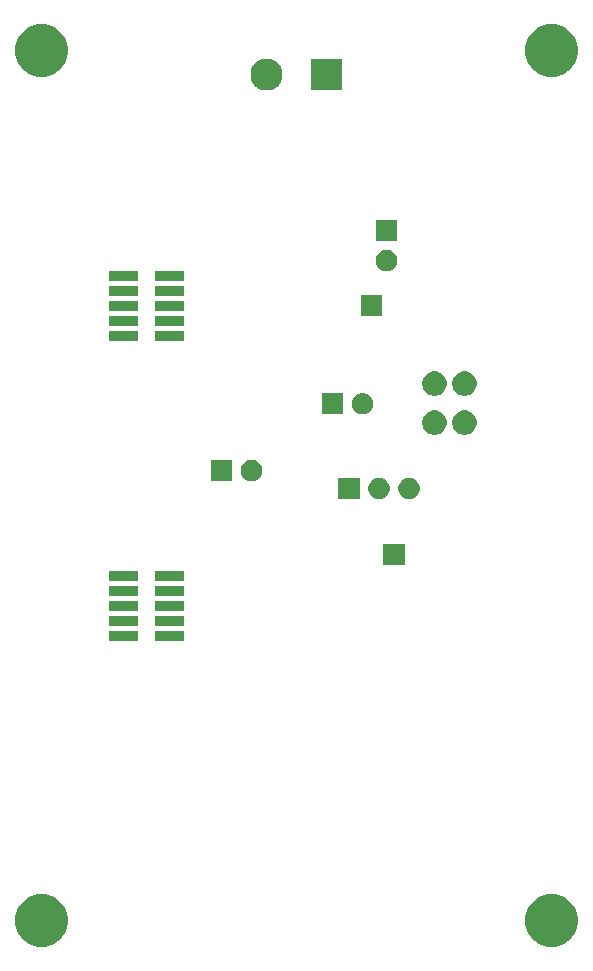
<source format=gts>
G04 #@! TF.GenerationSoftware,KiCad,Pcbnew,(5.1.5)-3*
G04 #@! TF.CreationDate,2021-06-29T21:35:50-07:00*
G04 #@! TF.ProjectId,piggy,70696767-792e-46b6-9963-61645f706362,rev?*
G04 #@! TF.SameCoordinates,Original*
G04 #@! TF.FileFunction,Soldermask,Top*
G04 #@! TF.FilePolarity,Negative*
%FSLAX46Y46*%
G04 Gerber Fmt 4.6, Leading zero omitted, Abs format (unit mm)*
G04 Created by KiCad (PCBNEW (5.1.5)-3) date 2021-06-29 21:35:50*
%MOMM*%
%LPD*%
G04 APERTURE LIST*
%ADD10C,0.127000*%
G04 APERTURE END LIST*
D10*
G36*
X113305880Y-138729776D02*
G01*
X113686593Y-138805504D01*
X114096249Y-138975189D01*
X114464929Y-139221534D01*
X114778466Y-139535071D01*
X115024811Y-139903751D01*
X115194496Y-140313407D01*
X115281000Y-140748296D01*
X115281000Y-141191704D01*
X115194496Y-141626593D01*
X115024811Y-142036249D01*
X114778466Y-142404929D01*
X114464929Y-142718466D01*
X114096249Y-142964811D01*
X113686593Y-143134496D01*
X113305880Y-143210224D01*
X113251705Y-143221000D01*
X112808295Y-143221000D01*
X112754120Y-143210224D01*
X112373407Y-143134496D01*
X111963751Y-142964811D01*
X111595071Y-142718466D01*
X111281534Y-142404929D01*
X111035189Y-142036249D01*
X110865504Y-141626593D01*
X110779000Y-141191704D01*
X110779000Y-140748296D01*
X110865504Y-140313407D01*
X111035189Y-139903751D01*
X111281534Y-139535071D01*
X111595071Y-139221534D01*
X111963751Y-138975189D01*
X112373407Y-138805504D01*
X112754120Y-138729776D01*
X112808295Y-138719000D01*
X113251705Y-138719000D01*
X113305880Y-138729776D01*
G37*
G36*
X70125880Y-138729776D02*
G01*
X70506593Y-138805504D01*
X70916249Y-138975189D01*
X71284929Y-139221534D01*
X71598466Y-139535071D01*
X71844811Y-139903751D01*
X72014496Y-140313407D01*
X72101000Y-140748296D01*
X72101000Y-141191704D01*
X72014496Y-141626593D01*
X71844811Y-142036249D01*
X71598466Y-142404929D01*
X71284929Y-142718466D01*
X70916249Y-142964811D01*
X70506593Y-143134496D01*
X70125880Y-143210224D01*
X70071705Y-143221000D01*
X69628295Y-143221000D01*
X69574120Y-143210224D01*
X69193407Y-143134496D01*
X68783751Y-142964811D01*
X68415071Y-142718466D01*
X68101534Y-142404929D01*
X67855189Y-142036249D01*
X67685504Y-141626593D01*
X67599000Y-141191704D01*
X67599000Y-140748296D01*
X67685504Y-140313407D01*
X67855189Y-139903751D01*
X68101534Y-139535071D01*
X68415071Y-139221534D01*
X68783751Y-138975189D01*
X69193407Y-138805504D01*
X69574120Y-138729776D01*
X69628295Y-138719000D01*
X70071705Y-138719000D01*
X70125880Y-138729776D01*
G37*
G36*
X81941000Y-117261000D02*
G01*
X79439000Y-117261000D01*
X79439000Y-116419000D01*
X81941000Y-116419000D01*
X81941000Y-117261000D01*
G37*
G36*
X78041000Y-117261000D02*
G01*
X75539000Y-117261000D01*
X75539000Y-116419000D01*
X78041000Y-116419000D01*
X78041000Y-117261000D01*
G37*
G36*
X81941000Y-115991000D02*
G01*
X79439000Y-115991000D01*
X79439000Y-115149000D01*
X81941000Y-115149000D01*
X81941000Y-115991000D01*
G37*
G36*
X78041000Y-115991000D02*
G01*
X75539000Y-115991000D01*
X75539000Y-115149000D01*
X78041000Y-115149000D01*
X78041000Y-115991000D01*
G37*
G36*
X78041000Y-114721000D02*
G01*
X75539000Y-114721000D01*
X75539000Y-113879000D01*
X78041000Y-113879000D01*
X78041000Y-114721000D01*
G37*
G36*
X81941000Y-114721000D02*
G01*
X79439000Y-114721000D01*
X79439000Y-113879000D01*
X81941000Y-113879000D01*
X81941000Y-114721000D01*
G37*
G36*
X78041000Y-113451000D02*
G01*
X75539000Y-113451000D01*
X75539000Y-112609000D01*
X78041000Y-112609000D01*
X78041000Y-113451000D01*
G37*
G36*
X81941000Y-113451000D02*
G01*
X79439000Y-113451000D01*
X79439000Y-112609000D01*
X81941000Y-112609000D01*
X81941000Y-113451000D01*
G37*
G36*
X81941000Y-112181000D02*
G01*
X79439000Y-112181000D01*
X79439000Y-111339000D01*
X81941000Y-111339000D01*
X81941000Y-112181000D01*
G37*
G36*
X78041000Y-112181000D02*
G01*
X75539000Y-112181000D01*
X75539000Y-111339000D01*
X78041000Y-111339000D01*
X78041000Y-112181000D01*
G37*
G36*
X100596000Y-110883000D02*
G01*
X98794000Y-110883000D01*
X98794000Y-109081000D01*
X100596000Y-109081000D01*
X100596000Y-110883000D01*
G37*
G36*
X101078512Y-103497927D02*
G01*
X101227812Y-103527624D01*
X101391784Y-103595544D01*
X101539354Y-103694147D01*
X101664853Y-103819646D01*
X101763456Y-103967216D01*
X101831376Y-104131188D01*
X101866000Y-104305259D01*
X101866000Y-104482741D01*
X101831376Y-104656812D01*
X101763456Y-104820784D01*
X101664853Y-104968354D01*
X101539354Y-105093853D01*
X101391784Y-105192456D01*
X101227812Y-105260376D01*
X101078512Y-105290073D01*
X101053742Y-105295000D01*
X100876258Y-105295000D01*
X100851488Y-105290073D01*
X100702188Y-105260376D01*
X100538216Y-105192456D01*
X100390646Y-105093853D01*
X100265147Y-104968354D01*
X100166544Y-104820784D01*
X100098624Y-104656812D01*
X100064000Y-104482741D01*
X100064000Y-104305259D01*
X100098624Y-104131188D01*
X100166544Y-103967216D01*
X100265147Y-103819646D01*
X100390646Y-103694147D01*
X100538216Y-103595544D01*
X100702188Y-103527624D01*
X100851488Y-103497927D01*
X100876258Y-103493000D01*
X101053742Y-103493000D01*
X101078512Y-103497927D01*
G37*
G36*
X98538512Y-103497927D02*
G01*
X98687812Y-103527624D01*
X98851784Y-103595544D01*
X98999354Y-103694147D01*
X99124853Y-103819646D01*
X99223456Y-103967216D01*
X99291376Y-104131188D01*
X99326000Y-104305259D01*
X99326000Y-104482741D01*
X99291376Y-104656812D01*
X99223456Y-104820784D01*
X99124853Y-104968354D01*
X98999354Y-105093853D01*
X98851784Y-105192456D01*
X98687812Y-105260376D01*
X98538512Y-105290073D01*
X98513742Y-105295000D01*
X98336258Y-105295000D01*
X98311488Y-105290073D01*
X98162188Y-105260376D01*
X97998216Y-105192456D01*
X97850646Y-105093853D01*
X97725147Y-104968354D01*
X97626544Y-104820784D01*
X97558624Y-104656812D01*
X97524000Y-104482741D01*
X97524000Y-104305259D01*
X97558624Y-104131188D01*
X97626544Y-103967216D01*
X97725147Y-103819646D01*
X97850646Y-103694147D01*
X97998216Y-103595544D01*
X98162188Y-103527624D01*
X98311488Y-103497927D01*
X98336258Y-103493000D01*
X98513742Y-103493000D01*
X98538512Y-103497927D01*
G37*
G36*
X96786000Y-105295000D02*
G01*
X94984000Y-105295000D01*
X94984000Y-103493000D01*
X96786000Y-103493000D01*
X96786000Y-105295000D01*
G37*
G36*
X87743512Y-101973927D02*
G01*
X87892812Y-102003624D01*
X88056784Y-102071544D01*
X88204354Y-102170147D01*
X88329853Y-102295646D01*
X88428456Y-102443216D01*
X88496376Y-102607188D01*
X88531000Y-102781259D01*
X88531000Y-102958741D01*
X88496376Y-103132812D01*
X88428456Y-103296784D01*
X88329853Y-103444354D01*
X88204354Y-103569853D01*
X88056784Y-103668456D01*
X87892812Y-103736376D01*
X87743512Y-103766073D01*
X87718742Y-103771000D01*
X87541258Y-103771000D01*
X87516488Y-103766073D01*
X87367188Y-103736376D01*
X87203216Y-103668456D01*
X87055646Y-103569853D01*
X86930147Y-103444354D01*
X86831544Y-103296784D01*
X86763624Y-103132812D01*
X86729000Y-102958741D01*
X86729000Y-102781259D01*
X86763624Y-102607188D01*
X86831544Y-102443216D01*
X86930147Y-102295646D01*
X87055646Y-102170147D01*
X87203216Y-102071544D01*
X87367188Y-102003624D01*
X87516488Y-101973927D01*
X87541258Y-101969000D01*
X87718742Y-101969000D01*
X87743512Y-101973927D01*
G37*
G36*
X85991000Y-103771000D02*
G01*
X84189000Y-103771000D01*
X84189000Y-101969000D01*
X85991000Y-101969000D01*
X85991000Y-103771000D01*
G37*
G36*
X105970564Y-97795389D02*
G01*
X106161833Y-97874615D01*
X106161835Y-97874616D01*
X106227292Y-97918353D01*
X106333973Y-97989635D01*
X106480365Y-98136027D01*
X106595385Y-98308167D01*
X106674611Y-98499436D01*
X106715000Y-98702484D01*
X106715000Y-98909516D01*
X106674611Y-99112564D01*
X106595385Y-99303833D01*
X106595384Y-99303835D01*
X106480365Y-99475973D01*
X106333973Y-99622365D01*
X106161835Y-99737384D01*
X106161834Y-99737385D01*
X106161833Y-99737385D01*
X105970564Y-99816611D01*
X105767516Y-99857000D01*
X105560484Y-99857000D01*
X105357436Y-99816611D01*
X105166167Y-99737385D01*
X105166166Y-99737385D01*
X105166165Y-99737384D01*
X104994027Y-99622365D01*
X104847635Y-99475973D01*
X104732616Y-99303835D01*
X104732615Y-99303833D01*
X104653389Y-99112564D01*
X104613000Y-98909516D01*
X104613000Y-98702484D01*
X104653389Y-98499436D01*
X104732615Y-98308167D01*
X104847635Y-98136027D01*
X104994027Y-97989635D01*
X105100708Y-97918353D01*
X105166165Y-97874616D01*
X105166167Y-97874615D01*
X105357436Y-97795389D01*
X105560484Y-97755000D01*
X105767516Y-97755000D01*
X105970564Y-97795389D01*
G37*
G36*
X103430564Y-97795389D02*
G01*
X103621833Y-97874615D01*
X103621835Y-97874616D01*
X103687292Y-97918353D01*
X103793973Y-97989635D01*
X103940365Y-98136027D01*
X104055385Y-98308167D01*
X104134611Y-98499436D01*
X104175000Y-98702484D01*
X104175000Y-98909516D01*
X104134611Y-99112564D01*
X104055385Y-99303833D01*
X104055384Y-99303835D01*
X103940365Y-99475973D01*
X103793973Y-99622365D01*
X103621835Y-99737384D01*
X103621834Y-99737385D01*
X103621833Y-99737385D01*
X103430564Y-99816611D01*
X103227516Y-99857000D01*
X103020484Y-99857000D01*
X102817436Y-99816611D01*
X102626167Y-99737385D01*
X102626166Y-99737385D01*
X102626165Y-99737384D01*
X102454027Y-99622365D01*
X102307635Y-99475973D01*
X102192616Y-99303835D01*
X102192615Y-99303833D01*
X102113389Y-99112564D01*
X102073000Y-98909516D01*
X102073000Y-98702484D01*
X102113389Y-98499436D01*
X102192615Y-98308167D01*
X102307635Y-98136027D01*
X102454027Y-97989635D01*
X102560708Y-97918353D01*
X102626165Y-97874616D01*
X102626167Y-97874615D01*
X102817436Y-97795389D01*
X103020484Y-97755000D01*
X103227516Y-97755000D01*
X103430564Y-97795389D01*
G37*
G36*
X95389000Y-98119500D02*
G01*
X93587000Y-98119500D01*
X93587000Y-96317500D01*
X95389000Y-96317500D01*
X95389000Y-98119500D01*
G37*
G36*
X97131145Y-96320365D02*
G01*
X97290812Y-96352124D01*
X97454784Y-96420044D01*
X97602354Y-96518647D01*
X97727853Y-96644146D01*
X97826456Y-96791716D01*
X97894376Y-96955688D01*
X97929000Y-97129759D01*
X97929000Y-97307241D01*
X97894376Y-97481312D01*
X97826456Y-97645284D01*
X97727853Y-97792854D01*
X97602354Y-97918353D01*
X97454784Y-98016956D01*
X97290812Y-98084876D01*
X97141512Y-98114573D01*
X97116742Y-98119500D01*
X96939258Y-98119500D01*
X96914488Y-98114573D01*
X96765188Y-98084876D01*
X96601216Y-98016956D01*
X96453646Y-97918353D01*
X96328147Y-97792854D01*
X96229544Y-97645284D01*
X96161624Y-97481312D01*
X96127000Y-97307241D01*
X96127000Y-97129759D01*
X96161624Y-96955688D01*
X96229544Y-96791716D01*
X96328147Y-96644146D01*
X96453646Y-96518647D01*
X96601216Y-96420044D01*
X96765188Y-96352124D01*
X96924855Y-96320365D01*
X96939258Y-96317500D01*
X97116742Y-96317500D01*
X97131145Y-96320365D01*
G37*
G36*
X105970564Y-94493389D02*
G01*
X106161833Y-94572615D01*
X106161835Y-94572616D01*
X106333973Y-94687635D01*
X106480365Y-94834027D01*
X106595385Y-95006167D01*
X106674611Y-95197436D01*
X106715000Y-95400484D01*
X106715000Y-95607516D01*
X106674611Y-95810564D01*
X106595385Y-96001833D01*
X106595384Y-96001835D01*
X106480365Y-96173973D01*
X106333973Y-96320365D01*
X106161835Y-96435384D01*
X106161834Y-96435385D01*
X106161833Y-96435385D01*
X105970564Y-96514611D01*
X105767516Y-96555000D01*
X105560484Y-96555000D01*
X105357436Y-96514611D01*
X105166167Y-96435385D01*
X105166166Y-96435385D01*
X105166165Y-96435384D01*
X104994027Y-96320365D01*
X104847635Y-96173973D01*
X104732616Y-96001835D01*
X104732615Y-96001833D01*
X104653389Y-95810564D01*
X104613000Y-95607516D01*
X104613000Y-95400484D01*
X104653389Y-95197436D01*
X104732615Y-95006167D01*
X104847635Y-94834027D01*
X104994027Y-94687635D01*
X105166165Y-94572616D01*
X105166167Y-94572615D01*
X105357436Y-94493389D01*
X105560484Y-94453000D01*
X105767516Y-94453000D01*
X105970564Y-94493389D01*
G37*
G36*
X103430564Y-94493389D02*
G01*
X103621833Y-94572615D01*
X103621835Y-94572616D01*
X103793973Y-94687635D01*
X103940365Y-94834027D01*
X104055385Y-95006167D01*
X104134611Y-95197436D01*
X104175000Y-95400484D01*
X104175000Y-95607516D01*
X104134611Y-95810564D01*
X104055385Y-96001833D01*
X104055384Y-96001835D01*
X103940365Y-96173973D01*
X103793973Y-96320365D01*
X103621835Y-96435384D01*
X103621834Y-96435385D01*
X103621833Y-96435385D01*
X103430564Y-96514611D01*
X103227516Y-96555000D01*
X103020484Y-96555000D01*
X102817436Y-96514611D01*
X102626167Y-96435385D01*
X102626166Y-96435385D01*
X102626165Y-96435384D01*
X102454027Y-96320365D01*
X102307635Y-96173973D01*
X102192616Y-96001835D01*
X102192615Y-96001833D01*
X102113389Y-95810564D01*
X102073000Y-95607516D01*
X102073000Y-95400484D01*
X102113389Y-95197436D01*
X102192615Y-95006167D01*
X102307635Y-94834027D01*
X102454027Y-94687635D01*
X102626165Y-94572616D01*
X102626167Y-94572615D01*
X102817436Y-94493389D01*
X103020484Y-94453000D01*
X103227516Y-94453000D01*
X103430564Y-94493389D01*
G37*
G36*
X81941000Y-91861000D02*
G01*
X79439000Y-91861000D01*
X79439000Y-91019000D01*
X81941000Y-91019000D01*
X81941000Y-91861000D01*
G37*
G36*
X78041000Y-91861000D02*
G01*
X75539000Y-91861000D01*
X75539000Y-91019000D01*
X78041000Y-91019000D01*
X78041000Y-91861000D01*
G37*
G36*
X78041000Y-90591000D02*
G01*
X75539000Y-90591000D01*
X75539000Y-89749000D01*
X78041000Y-89749000D01*
X78041000Y-90591000D01*
G37*
G36*
X81941000Y-90591000D02*
G01*
X79439000Y-90591000D01*
X79439000Y-89749000D01*
X81941000Y-89749000D01*
X81941000Y-90591000D01*
G37*
G36*
X98691000Y-89801000D02*
G01*
X96889000Y-89801000D01*
X96889000Y-87999000D01*
X98691000Y-87999000D01*
X98691000Y-89801000D01*
G37*
G36*
X78041000Y-89321000D02*
G01*
X75539000Y-89321000D01*
X75539000Y-88479000D01*
X78041000Y-88479000D01*
X78041000Y-89321000D01*
G37*
G36*
X81941000Y-89321000D02*
G01*
X79439000Y-89321000D01*
X79439000Y-88479000D01*
X81941000Y-88479000D01*
X81941000Y-89321000D01*
G37*
G36*
X81941000Y-88051000D02*
G01*
X79439000Y-88051000D01*
X79439000Y-87209000D01*
X81941000Y-87209000D01*
X81941000Y-88051000D01*
G37*
G36*
X78041000Y-88051000D02*
G01*
X75539000Y-88051000D01*
X75539000Y-87209000D01*
X78041000Y-87209000D01*
X78041000Y-88051000D01*
G37*
G36*
X81941000Y-86781000D02*
G01*
X79439000Y-86781000D01*
X79439000Y-85939000D01*
X81941000Y-85939000D01*
X81941000Y-86781000D01*
G37*
G36*
X78041000Y-86781000D02*
G01*
X75539000Y-86781000D01*
X75539000Y-85939000D01*
X78041000Y-85939000D01*
X78041000Y-86781000D01*
G37*
G36*
X99173512Y-84193927D02*
G01*
X99322812Y-84223624D01*
X99486784Y-84291544D01*
X99634354Y-84390147D01*
X99759853Y-84515646D01*
X99858456Y-84663216D01*
X99926376Y-84827188D01*
X99961000Y-85001259D01*
X99961000Y-85178741D01*
X99926376Y-85352812D01*
X99858456Y-85516784D01*
X99759853Y-85664354D01*
X99634354Y-85789853D01*
X99486784Y-85888456D01*
X99322812Y-85956376D01*
X99173512Y-85986073D01*
X99148742Y-85991000D01*
X98971258Y-85991000D01*
X98946488Y-85986073D01*
X98797188Y-85956376D01*
X98633216Y-85888456D01*
X98485646Y-85789853D01*
X98360147Y-85664354D01*
X98261544Y-85516784D01*
X98193624Y-85352812D01*
X98159000Y-85178741D01*
X98159000Y-85001259D01*
X98193624Y-84827188D01*
X98261544Y-84663216D01*
X98360147Y-84515646D01*
X98485646Y-84390147D01*
X98633216Y-84291544D01*
X98797188Y-84223624D01*
X98946488Y-84193927D01*
X98971258Y-84189000D01*
X99148742Y-84189000D01*
X99173512Y-84193927D01*
G37*
G36*
X99961000Y-83451000D02*
G01*
X98159000Y-83451000D01*
X98159000Y-81649000D01*
X99961000Y-81649000D01*
X99961000Y-83451000D01*
G37*
G36*
X95331000Y-70693000D02*
G01*
X92629000Y-70693000D01*
X92629000Y-67991000D01*
X95331000Y-67991000D01*
X95331000Y-70693000D01*
G37*
G36*
X89294072Y-68042918D02*
G01*
X89539939Y-68144759D01*
X89651328Y-68219187D01*
X89761211Y-68292609D01*
X89949391Y-68480789D01*
X90097242Y-68702063D01*
X90199082Y-68947928D01*
X90251000Y-69208938D01*
X90251000Y-69475062D01*
X90199082Y-69736072D01*
X90097241Y-69981939D01*
X89949390Y-70203212D01*
X89761212Y-70391390D01*
X89539939Y-70539241D01*
X89539938Y-70539242D01*
X89539937Y-70539242D01*
X89294072Y-70641082D01*
X89033063Y-70693000D01*
X88766937Y-70693000D01*
X88505928Y-70641082D01*
X88260063Y-70539242D01*
X88260062Y-70539242D01*
X88260061Y-70539241D01*
X88038788Y-70391390D01*
X87850610Y-70203212D01*
X87702759Y-69981939D01*
X87600918Y-69736072D01*
X87549000Y-69475062D01*
X87549000Y-69208938D01*
X87600918Y-68947928D01*
X87702758Y-68702063D01*
X87850609Y-68480789D01*
X88038789Y-68292609D01*
X88148672Y-68219187D01*
X88260061Y-68144759D01*
X88505928Y-68042918D01*
X88766937Y-67991000D01*
X89033063Y-67991000D01*
X89294072Y-68042918D01*
G37*
G36*
X70125880Y-65069776D02*
G01*
X70506593Y-65145504D01*
X70916249Y-65315189D01*
X71284929Y-65561534D01*
X71598466Y-65875071D01*
X71844811Y-66243751D01*
X72014496Y-66653407D01*
X72101000Y-67088296D01*
X72101000Y-67531704D01*
X72014496Y-67966593D01*
X71844811Y-68376249D01*
X71598466Y-68744929D01*
X71284929Y-69058466D01*
X70916249Y-69304811D01*
X70506593Y-69474496D01*
X70125880Y-69550224D01*
X70071705Y-69561000D01*
X69628295Y-69561000D01*
X69574120Y-69550224D01*
X69193407Y-69474496D01*
X68783751Y-69304811D01*
X68415071Y-69058466D01*
X68101534Y-68744929D01*
X67855189Y-68376249D01*
X67685504Y-67966593D01*
X67599000Y-67531704D01*
X67599000Y-67088296D01*
X67685504Y-66653407D01*
X67855189Y-66243751D01*
X68101534Y-65875071D01*
X68415071Y-65561534D01*
X68783751Y-65315189D01*
X69193407Y-65145504D01*
X69574120Y-65069776D01*
X69628295Y-65059000D01*
X70071705Y-65059000D01*
X70125880Y-65069776D01*
G37*
G36*
X113305880Y-65069776D02*
G01*
X113686593Y-65145504D01*
X114096249Y-65315189D01*
X114464929Y-65561534D01*
X114778466Y-65875071D01*
X115024811Y-66243751D01*
X115194496Y-66653407D01*
X115281000Y-67088296D01*
X115281000Y-67531704D01*
X115194496Y-67966593D01*
X115024811Y-68376249D01*
X114778466Y-68744929D01*
X114464929Y-69058466D01*
X114096249Y-69304811D01*
X113686593Y-69474496D01*
X113305880Y-69550224D01*
X113251705Y-69561000D01*
X112808295Y-69561000D01*
X112754120Y-69550224D01*
X112373407Y-69474496D01*
X111963751Y-69304811D01*
X111595071Y-69058466D01*
X111281534Y-68744929D01*
X111035189Y-68376249D01*
X110865504Y-67966593D01*
X110779000Y-67531704D01*
X110779000Y-67088296D01*
X110865504Y-66653407D01*
X111035189Y-66243751D01*
X111281534Y-65875071D01*
X111595071Y-65561534D01*
X111963751Y-65315189D01*
X112373407Y-65145504D01*
X112754120Y-65069776D01*
X112808295Y-65059000D01*
X113251705Y-65059000D01*
X113305880Y-65069776D01*
G37*
M02*

</source>
